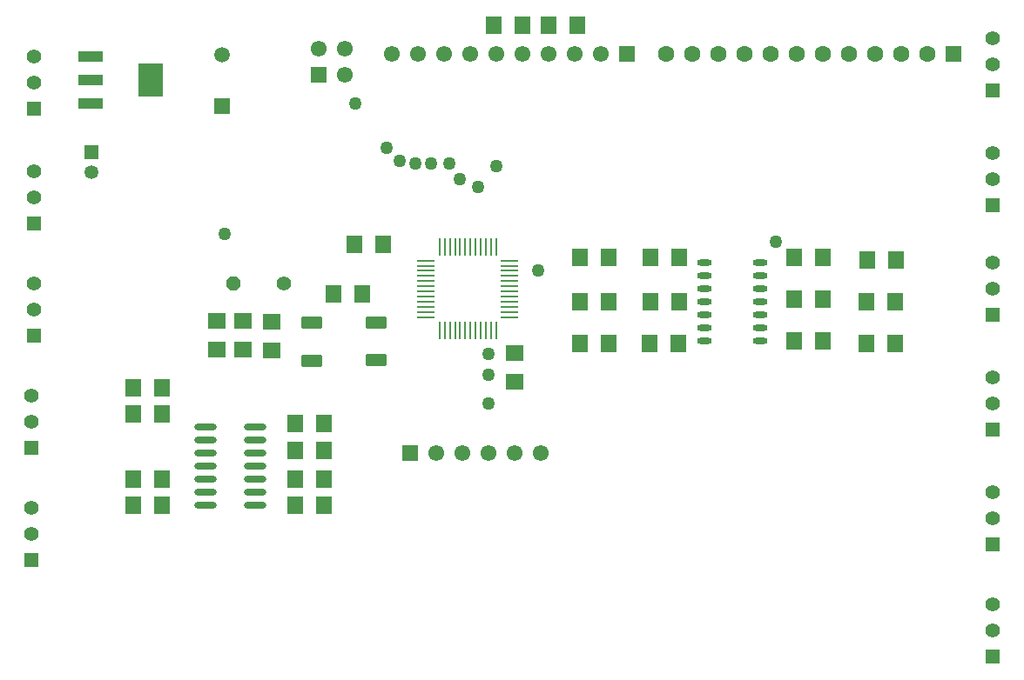
<source format=gts>
%FSTAX23Y23*%
%MOMM*%
%SFA1B1*%

%IPPOS*%
%AMD11*
4,1,8,0.889000,0.551180,-0.889000,0.551180,-1.000760,0.439420,-1.000760,-0.439420,-0.889000,-0.551180,0.889000,-0.551180,1.000760,-0.439420,1.000760,0.439420,0.889000,0.551180,0.0*
1,1,0.220000,0.889000,0.439420*
1,1,0.220000,-0.889000,0.439420*
1,1,0.220000,-0.889000,-0.439420*
1,1,0.220000,0.889000,-0.439420*
%
%AMD22*
4,1,8,-0.292100,0.701040,-0.701040,0.292100,-0.701040,-0.292100,-0.292100,-0.701040,0.292100,-0.701040,0.701040,-0.292100,0.701040,0.292100,0.292100,0.701040,-0.292100,0.701040,0.0*
%
%ADD10R,1.599997X1.799996*%
G04~CAMADD=11~8~0.0~0.0~787.4~433.1~43.3~0.0~15~0.0~0.0~0.0~0.0~0~0.0~0.0~0.0~0.0~0~0.0~0.0~0.0~0.0~787.4~433.1*
%ADD11D11*%
%ADD12R,1.799996X1.599997*%
%ADD13R,2.399995X3.299993*%
%ADD14R,2.399995X0.999998*%
%ADD15O,2.199996X0.599999*%
%ADD16O,1.449997X0.599999*%
%ADD17O,1.799996X0.250000*%
%ADD18O,0.250000X1.799996*%
%ADD20R,1.399997X1.399997*%
%ADD21C,1.399997*%
G04~CAMADD=22~4~0.0~0.0~551.2~551.2~0.0~161.4~0~0.0~0.0~0.0~0.0~0~0.0~0.0~0.0~0.0~0~0.0~0.0~0.0~45.0~551.2~551.2*
%ADD22D22*%
%ADD23C,1.499997*%
%ADD24R,1.499997X1.499997*%
%ADD25C,1.349997*%
%ADD26R,1.349997X1.349997*%
%ADD27R,1.549997X1.549997*%
%ADD28C,1.549997*%
%ADD29C,1.599997*%
%ADD30R,1.599997X1.599997*%
%ADD31C,1.269997*%
%LNpcb1-1*%
%LPD*%
G54D10*
X54095Y65278D03*
X56896D03*
X51562D03*
X48761D03*
X35175Y43942D03*
X37975D03*
X33143Y39116D03*
X35943D03*
X32258Y21082D03*
X29457D03*
X32263Y23876D03*
X29464D03*
X32258Y18542D03*
X29457D03*
X32235Y26492D03*
X29435D03*
X13716Y18542D03*
X16515D03*
X13709Y21082D03*
X1651D03*
X13709Y29972D03*
X1651D03*
X13716Y27432D03*
X16515D03*
X87759Y3429D03*
X84959D03*
X80746Y34544D03*
X77946D03*
X63877Y3429D03*
X66677D03*
X5715D03*
X59949D03*
X5715Y38354D03*
X59949D03*
X64001Y42672D03*
X66802D03*
X57143D03*
X59944D03*
X64001Y38354D03*
X66802D03*
X80721Y42672D03*
X77921D03*
X87884Y42418D03*
X85083D03*
X80752Y38608D03*
X77952D03*
X87759Y38354D03*
X84959D03*
G54D11*
X31037Y326D03*
Y363D03*
X37338D03*
Y327D03*
G54D12*
X27178Y36451D03*
Y33651D03*
X24384Y33726D03*
Y36526D03*
X21844Y33676D03*
Y36476D03*
X508Y30544D03*
Y33344D03*
G54D13*
X15345Y59944D03*
G54D14*
X09545Y57643D03*
Y59944D03*
Y62243D03*
G54D15*
X25513Y18542D03*
Y19812D03*
Y21082D03*
Y22352D03*
Y23622D03*
Y24892D03*
Y26162D03*
X20713Y18542D03*
Y19812D03*
Y21082D03*
Y22352D03*
Y23622D03*
Y24892D03*
Y26162D03*
G54D16*
X74676Y34544D03*
Y35814D03*
Y37084D03*
Y38354D03*
Y39624D03*
Y40894D03*
Y42164D03*
X69225Y34544D03*
Y35814D03*
Y37084D03*
Y38354D03*
Y39624D03*
Y40894D03*
Y42164D03*
G54D17*
X42177Y42373D03*
Y41873D03*
Y41373D03*
Y40873D03*
Y40373D03*
Y39873D03*
Y39373D03*
Y38873D03*
Y38373D03*
Y37873D03*
Y37373D03*
Y36873D03*
X50277D03*
Y37373D03*
Y37873D03*
Y38373D03*
Y38873D03*
Y39373D03*
Y39873D03*
Y40373D03*
Y40873D03*
Y41373D03*
Y41873D03*
Y42373D03*
G54D18*
X43477Y35573D03*
X43977D03*
X44477D03*
X44977D03*
X45477D03*
X45977D03*
X46477D03*
X46977D03*
X47477D03*
X47977D03*
X48477D03*
X48977D03*
Y43673D03*
X48477D03*
X47977D03*
X47477D03*
X46977D03*
X46477D03*
X45977D03*
X45477D03*
X44977D03*
X44477D03*
X43977D03*
X43477D03*
G54D20*
X0381Y13208D03*
Y2413D03*
X04064Y35052D03*
Y5715D03*
Y45974D03*
X97282Y58928D03*
Y47752D03*
Y37084D03*
Y25908D03*
Y14732D03*
Y0381D03*
G54D21*
X0381Y15748D03*
Y18288D03*
Y2667D03*
Y2921D03*
X28347Y40132D03*
X04064Y37592D03*
Y40132D03*
Y5969D03*
Y6223D03*
Y48514D03*
Y51054D03*
X97282Y61468D03*
Y64008D03*
Y50292D03*
Y52832D03*
Y39624D03*
Y42164D03*
Y28448D03*
Y30988D03*
Y17272D03*
Y19812D03*
Y0635D03*
Y0889D03*
G54D22*
X23467Y40132D03*
G54D23*
X22352Y62443D03*
G54D24*
X22352Y57443D03*
G54D25*
X09652Y50939D03*
G54D26*
X09652Y52939D03*
G54D27*
X4064Y23622D03*
X61722Y62484D03*
X3175Y60452D03*
G54D28*
X4318Y23622D03*
X4572D03*
X4826D03*
X508D03*
X5334D03*
X59182Y62484D03*
X56642D03*
X54102D03*
X51562D03*
X49022D03*
X46482D03*
X43942D03*
X41402D03*
X38862D03*
X3175Y62992D03*
X3429Y60452D03*
Y62992D03*
G54D29*
X80772Y62484D03*
X90932D03*
X88392D03*
X85852D03*
X83312D03*
X78232D03*
X75692D03*
X73152D03*
X70612D03*
X68072D03*
X65532D03*
G54D30*
X93472Y62484D03*
G54D31*
X49022Y51562D03*
X53086Y41402D03*
X35306Y57658D03*
X4826Y33274D03*
Y31242D03*
Y28448D03*
X762Y44196D03*
X38354Y5334D03*
X39624Y5207D03*
X41148Y51816D03*
X42672D03*
X4445D03*
X45466Y50292D03*
X47244Y4953D03*
X22606Y44958D03*
M02*
</source>
